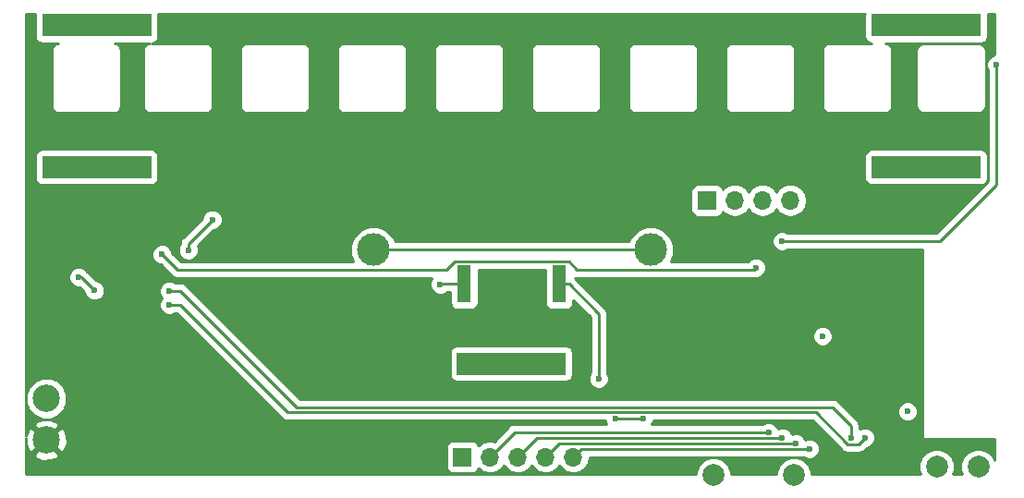
<source format=gbr>
G04 #@! TF.GenerationSoftware,KiCad,Pcbnew,5.0.1*
G04 #@! TF.CreationDate,2019-01-12T14:13:44-06:00*
G04 #@! TF.ProjectId,badge,62616467652E6B696361645F70636200,rev?*
G04 #@! TF.SameCoordinates,Original*
G04 #@! TF.FileFunction,Copper,L2,Bot,Signal*
G04 #@! TF.FilePolarity,Positive*
%FSLAX46Y46*%
G04 Gerber Fmt 4.6, Leading zero omitted, Abs format (unit mm)*
G04 Created by KiCad (PCBNEW 5.0.1) date Sat 12 Jan 2019 02:13:44 PM CST*
%MOMM*%
%LPD*%
G01*
G04 APERTURE LIST*
G04 #@! TA.AperFunction,ComponentPad*
%ADD10C,3.000000*%
G04 #@! TD*
G04 #@! TA.AperFunction,ComponentPad*
%ADD11C,2.000000*%
G04 #@! TD*
G04 #@! TA.AperFunction,ComponentPad*
%ADD12C,2.499360*%
G04 #@! TD*
G04 #@! TA.AperFunction,SMDPad,CuDef*
%ADD13R,1.300000X3.400000*%
G04 #@! TD*
G04 #@! TA.AperFunction,ComponentPad*
%ADD14R,1.700000X1.700000*%
G04 #@! TD*
G04 #@! TA.AperFunction,ComponentPad*
%ADD15O,1.700000X1.700000*%
G04 #@! TD*
G04 #@! TA.AperFunction,SMDPad,CuDef*
%ADD16R,10.000000X2.000000*%
G04 #@! TD*
G04 #@! TA.AperFunction,ViaPad*
%ADD17C,0.600000*%
G04 #@! TD*
G04 #@! TA.AperFunction,Conductor*
%ADD18C,0.250000*%
G04 #@! TD*
G04 #@! TA.AperFunction,Conductor*
%ADD19C,0.254000*%
G04 #@! TD*
G04 APERTURE END LIST*
D10*
G04 #@! TO.P,BT1,1*
G04 #@! TO.N,VDDA*
X139270000Y-111147000D03*
X113870000Y-111147000D03*
G04 #@! TD*
D11*
G04 #@! TO.P,J4,1*
G04 #@! TO.N,RX*
X165481000Y-131064000D03*
G04 #@! TO.N,TX*
X169291000Y-131064000D03*
G04 #@! TD*
G04 #@! TO.P,J7,1*
G04 #@! TO.N,IO21*
X152400000Y-131826000D03*
G04 #@! TD*
G04 #@! TO.P,J9,1*
G04 #@! TO.N,IO0*
X145034000Y-131826000D03*
G04 #@! TD*
D12*
G04 #@! TO.P,J14,1*
G04 #@! TO.N,VDD*
X83920000Y-128607000D03*
G04 #@! TO.N,VSS*
X83920000Y-124797000D03*
G04 #@! TD*
D13*
G04 #@! TO.P,LS1,1*
G04 #@! TO.N,Net-(LS1-Pad1)*
X130895000Y-114305000D03*
G04 #@! TO.P,LS1,2*
G04 #@! TO.N,VSS*
X122195000Y-114305000D03*
G04 #@! TD*
D14*
G04 #@! TO.P,J8,1*
G04 #@! TO.N,IO16*
X122030000Y-130147000D03*
D15*
G04 #@! TO.P,J8,2*
G04 #@! TO.N,IO17*
X124570000Y-130147000D03*
G04 #@! TO.P,J8,3*
G04 #@! TO.N,IO5*
X127110000Y-130147000D03*
G04 #@! TO.P,J8,4*
G04 #@! TO.N,IO18*
X129650000Y-130147000D03*
G04 #@! TO.P,J8,5*
G04 #@! TO.N,IO19*
X132190000Y-130147000D03*
G04 #@! TD*
D14*
G04 #@! TO.P,J1,1*
G04 #@! TO.N,IO33*
X144450000Y-106647000D03*
D15*
G04 #@! TO.P,J1,2*
G04 #@! TO.N,IO32*
X146990000Y-106647000D03*
G04 #@! TO.P,J1,3*
G04 #@! TO.N,IO35*
X149530000Y-106647000D03*
G04 #@! TO.P,J1,4*
G04 #@! TO.N,IO34*
X152070000Y-106647000D03*
G04 #@! TD*
D16*
G04 #@! TO.P,REF\002A\002A,5*
G04 #@! TO.N,N/C*
X126520000Y-121597000D03*
G04 #@! TO.P,REF\002A\002A,4*
X164520000Y-103597000D03*
G04 #@! TO.P,REF\002A\002A,3*
X88520000Y-103597000D03*
G04 #@! TO.P,REF\002A\002A,2*
X88520000Y-90597000D03*
G04 #@! TO.P,REF\002A\002A,1*
X164520000Y-90597000D03*
G04 #@! TD*
D17*
G04 #@! TO.N,VDD*
X156120000Y-106397000D03*
X110720000Y-99797000D03*
X101520000Y-99797000D03*
X92920000Y-99797000D03*
X83320000Y-99797000D03*
G04 #@! TO.N,IO17*
X150070000Y-127897000D03*
G04 #@! TO.N,IO5*
X151320000Y-128397000D03*
G04 #@! TO.N,IO18*
X152570000Y-128897000D03*
G04 #@! TO.N,IO19*
X153820000Y-129397000D03*
G04 #@! TO.N,VDD*
X104120000Y-110397000D03*
X106320000Y-110397000D03*
X92038320Y-96280781D03*
X92132000Y-93713000D03*
X100768000Y-96761000D03*
X100768000Y-93713000D03*
X109755769Y-96810229D03*
X109912000Y-94221000D03*
X118548000Y-96253000D03*
X118548000Y-93713000D03*
X127535769Y-96810229D03*
X127692000Y-94221000D03*
X136328000Y-96761000D03*
X136328000Y-94221000D03*
X145315769Y-96810229D03*
X145315769Y-93869231D03*
X154108000Y-96761000D03*
X154108000Y-94221000D03*
X162744000Y-96761000D03*
X162744000Y-94221000D03*
X168070000Y-105397000D03*
X110520000Y-110397000D03*
X161920000Y-108197000D03*
G04 #@! TO.N,VSS*
X96920000Y-111197000D03*
X99120000Y-108397000D03*
X119997600Y-114321400D03*
X155030000Y-119080000D03*
X162814000Y-125984000D03*
G04 #@! TO.N,SPI*
X170945000Y-94197000D03*
X151300000Y-110380000D03*
G04 #@! TO.N,TX*
X95156000Y-116205000D03*
X158920000Y-128380000D03*
G04 #@! TO.N,RX*
X95156000Y-114935000D03*
X157650000Y-128380000D03*
G04 #@! TO.N,IO16*
X136070000Y-126672010D03*
X138570000Y-126672010D03*
G04 #@! TO.N,IO27*
X94520000Y-111597000D03*
X148920000Y-112797000D03*
G04 #@! TO.N,Net-(J10-Pad2)*
X86868000Y-113665000D03*
X88320000Y-114897000D03*
G04 #@! TO.N,Net-(LS1-Pad1)*
X134520000Y-122997000D03*
G04 #@! TD*
D18*
G04 #@! TO.N,VDD*
X92038320Y-96280781D02*
X92038320Y-93806680D01*
X92038320Y-93806680D02*
X92132000Y-93713000D01*
X100768000Y-96761000D02*
X100768000Y-93713000D01*
X109755769Y-96810229D02*
X109755769Y-94377231D01*
X109755769Y-94377231D02*
X109912000Y-94221000D01*
X118548000Y-96253000D02*
X118548000Y-93713000D01*
X127535769Y-96810229D02*
X127535769Y-94377231D01*
X127535769Y-94377231D02*
X127692000Y-94221000D01*
X136328000Y-96761000D02*
X136328000Y-94221000D01*
X145315769Y-96810229D02*
X145315769Y-93869231D01*
X154108000Y-96761000D02*
X154108000Y-94221000D01*
X162744000Y-96761000D02*
X162744000Y-94221000D01*
G04 #@! TO.N,VSS*
X122195000Y-114305000D02*
X120014000Y-114305000D01*
X120014000Y-114305000D02*
X119997600Y-114321400D01*
X154940000Y-119126000D02*
X154986000Y-119080000D01*
X154986000Y-119080000D02*
X155030000Y-119080000D01*
X96920000Y-110597000D02*
X99120000Y-108397000D01*
X96920000Y-111197000D02*
X96920000Y-110597000D01*
G04 #@! TO.N,SPI*
X165737000Y-110380000D02*
X151300000Y-110380000D01*
X170945000Y-105172000D02*
X165737000Y-110380000D01*
X170945000Y-94197000D02*
X170945000Y-105172000D01*
G04 #@! TO.N,TX*
X95156000Y-116205000D02*
X96181000Y-116205000D01*
X96181000Y-116205000D02*
X106023010Y-126047010D01*
X106023010Y-126047010D02*
X154392008Y-126047010D01*
X154392008Y-126047010D02*
X157349999Y-129005001D01*
X157349999Y-129005001D02*
X158294999Y-129005001D01*
X158294999Y-129005001D02*
X158920000Y-128380000D01*
G04 #@! TO.N,RX*
X96181000Y-114935000D02*
X106843000Y-125597000D01*
X95156000Y-114935000D02*
X96181000Y-114935000D01*
X106843000Y-125597000D02*
X155920000Y-125597000D01*
X155920000Y-125597000D02*
X157650000Y-127327000D01*
X157650000Y-127327000D02*
X157650000Y-128380000D01*
G04 #@! TO.N,IO19*
X132940000Y-129397000D02*
X132190000Y-130147000D01*
X153820000Y-129397000D02*
X132940000Y-129397000D01*
G04 #@! TO.N,IO18*
X130900000Y-128897000D02*
X129650000Y-130147000D01*
X152570000Y-128897000D02*
X130900000Y-128897000D01*
G04 #@! TO.N,IO5*
X128860000Y-128397000D02*
X127110000Y-130147000D01*
X151320000Y-128397000D02*
X128860000Y-128397000D01*
G04 #@! TO.N,IO17*
X126820000Y-127897000D02*
X124570000Y-130147000D01*
X150070000Y-127897000D02*
X126820000Y-127897000D01*
G04 #@! TO.N,IO16*
X136070000Y-126672010D02*
X138570000Y-126672010D01*
G04 #@! TO.N,IO27*
X131805001Y-112279999D02*
X132522002Y-112997000D01*
X121284999Y-112279999D02*
X131805001Y-112279999D01*
X120567998Y-112997000D02*
X121284999Y-112279999D01*
X94520000Y-111597000D02*
X95920000Y-112997000D01*
X95920000Y-112997000D02*
X120567998Y-112997000D01*
X132522002Y-112997000D02*
X148720000Y-112997000D01*
X148720000Y-112997000D02*
X148920000Y-112797000D01*
G04 #@! TO.N,VDDA*
X137148680Y-111147000D02*
X113870000Y-111147000D01*
X139270000Y-111147000D02*
X137148680Y-111147000D01*
G04 #@! TO.N,Net-(J10-Pad2)*
X86868000Y-113665000D02*
X87088000Y-113665000D01*
X87088000Y-113665000D02*
X88320000Y-114897000D01*
G04 #@! TO.N,Net-(LS1-Pad1)*
X134520000Y-117030000D02*
X131795000Y-114305000D01*
X131795000Y-114305000D02*
X130895000Y-114305000D01*
X134520000Y-122997000D02*
X134520000Y-117030000D01*
G04 #@! TD*
D19*
G04 #@! TO.N,VDD*
G36*
X82872560Y-89597000D02*
X82872560Y-91597000D01*
X82921843Y-91844765D01*
X83062191Y-92054809D01*
X83272235Y-92195157D01*
X83520000Y-92244440D01*
X84998194Y-92244440D01*
X84802727Y-92283321D01*
X84576143Y-92434719D01*
X84424745Y-92661303D01*
X84371581Y-92928576D01*
X84385000Y-92996038D01*
X84385001Y-97861109D01*
X84371581Y-97928576D01*
X84424745Y-98195849D01*
X84576143Y-98422433D01*
X84802727Y-98573831D01*
X85002538Y-98613576D01*
X85002539Y-98613576D01*
X85070000Y-98626995D01*
X85137462Y-98613576D01*
X90002538Y-98613576D01*
X90070000Y-98626995D01*
X90137461Y-98613576D01*
X90137462Y-98613576D01*
X90337273Y-98573831D01*
X90563857Y-98422433D01*
X90715255Y-98195849D01*
X90768419Y-97928576D01*
X90755000Y-97861114D01*
X90755000Y-92996038D01*
X90768419Y-92928576D01*
X90715255Y-92661303D01*
X90563857Y-92434719D01*
X90337273Y-92283321D01*
X90141806Y-92244440D01*
X93388112Y-92244440D01*
X93207727Y-92280321D01*
X92981143Y-92431719D01*
X92829745Y-92658303D01*
X92776581Y-92925576D01*
X92790000Y-92993038D01*
X92790001Y-97858109D01*
X92776581Y-97925576D01*
X92829745Y-98192849D01*
X92981143Y-98419433D01*
X93207727Y-98570831D01*
X93407538Y-98610576D01*
X93407539Y-98610576D01*
X93475000Y-98623995D01*
X93542462Y-98610576D01*
X98407538Y-98610576D01*
X98475000Y-98623995D01*
X98542461Y-98610576D01*
X98542462Y-98610576D01*
X98742273Y-98570831D01*
X98968857Y-98419433D01*
X99120255Y-98192849D01*
X99173419Y-97925576D01*
X99160000Y-97858114D01*
X99160000Y-92993038D01*
X99173419Y-92925576D01*
X101666581Y-92925576D01*
X101680000Y-92993038D01*
X101680001Y-97858109D01*
X101666581Y-97925576D01*
X101719745Y-98192849D01*
X101871143Y-98419433D01*
X102097727Y-98570831D01*
X102297538Y-98610576D01*
X102297539Y-98610576D01*
X102365000Y-98623995D01*
X102432462Y-98610576D01*
X107297538Y-98610576D01*
X107365000Y-98623995D01*
X107432461Y-98610576D01*
X107432462Y-98610576D01*
X107632273Y-98570831D01*
X107858857Y-98419433D01*
X108010255Y-98192849D01*
X108063419Y-97925576D01*
X108050000Y-97858114D01*
X108050000Y-92993038D01*
X108063419Y-92925576D01*
X110556581Y-92925576D01*
X110570000Y-92993038D01*
X110570001Y-97858109D01*
X110556581Y-97925576D01*
X110609745Y-98192849D01*
X110761143Y-98419433D01*
X110987727Y-98570831D01*
X111187538Y-98610576D01*
X111187539Y-98610576D01*
X111255000Y-98623995D01*
X111322462Y-98610576D01*
X116187538Y-98610576D01*
X116255000Y-98623995D01*
X116322461Y-98610576D01*
X116322462Y-98610576D01*
X116522273Y-98570831D01*
X116748857Y-98419433D01*
X116900255Y-98192849D01*
X116953419Y-97925576D01*
X116940000Y-97858114D01*
X116940000Y-92993038D01*
X116953419Y-92925576D01*
X119446581Y-92925576D01*
X119460000Y-92993038D01*
X119460001Y-97858109D01*
X119446581Y-97925576D01*
X119499745Y-98192849D01*
X119651143Y-98419433D01*
X119877727Y-98570831D01*
X120077538Y-98610576D01*
X120077539Y-98610576D01*
X120145000Y-98623995D01*
X120212462Y-98610576D01*
X125077538Y-98610576D01*
X125145000Y-98623995D01*
X125212461Y-98610576D01*
X125212462Y-98610576D01*
X125412273Y-98570831D01*
X125638857Y-98419433D01*
X125790255Y-98192849D01*
X125843419Y-97925576D01*
X125830000Y-97858114D01*
X125830000Y-92993038D01*
X125843419Y-92925576D01*
X128336581Y-92925576D01*
X128350000Y-92993038D01*
X128350001Y-97858109D01*
X128336581Y-97925576D01*
X128389745Y-98192849D01*
X128541143Y-98419433D01*
X128767727Y-98570831D01*
X128967538Y-98610576D01*
X128967539Y-98610576D01*
X129035000Y-98623995D01*
X129102462Y-98610576D01*
X133967538Y-98610576D01*
X134035000Y-98623995D01*
X134102461Y-98610576D01*
X134102462Y-98610576D01*
X134302273Y-98570831D01*
X134528857Y-98419433D01*
X134680255Y-98192849D01*
X134733419Y-97925576D01*
X134720000Y-97858114D01*
X134720000Y-92993038D01*
X134733419Y-92925576D01*
X137226581Y-92925576D01*
X137240000Y-92993038D01*
X137240001Y-97858109D01*
X137226581Y-97925576D01*
X137279745Y-98192849D01*
X137431143Y-98419433D01*
X137657727Y-98570831D01*
X137857538Y-98610576D01*
X137857539Y-98610576D01*
X137925000Y-98623995D01*
X137992462Y-98610576D01*
X142857538Y-98610576D01*
X142925000Y-98623995D01*
X142992461Y-98610576D01*
X142992462Y-98610576D01*
X143192273Y-98570831D01*
X143418857Y-98419433D01*
X143570255Y-98192849D01*
X143623419Y-97925576D01*
X143610000Y-97858114D01*
X143610000Y-92993038D01*
X143623419Y-92925576D01*
X146116581Y-92925576D01*
X146130000Y-92993038D01*
X146130001Y-97858109D01*
X146116581Y-97925576D01*
X146169745Y-98192849D01*
X146321143Y-98419433D01*
X146547727Y-98570831D01*
X146747538Y-98610576D01*
X146747539Y-98610576D01*
X146815000Y-98623995D01*
X146882462Y-98610576D01*
X151747538Y-98610576D01*
X151815000Y-98623995D01*
X151882461Y-98610576D01*
X151882462Y-98610576D01*
X152082273Y-98570831D01*
X152308857Y-98419433D01*
X152460255Y-98192849D01*
X152513419Y-97925576D01*
X152500000Y-97858114D01*
X152500000Y-92993038D01*
X152513419Y-92925576D01*
X152460255Y-92658303D01*
X152308857Y-92431719D01*
X152082273Y-92280321D01*
X151882462Y-92240576D01*
X151815000Y-92227157D01*
X151747539Y-92240576D01*
X146882461Y-92240576D01*
X146815000Y-92227157D01*
X146747538Y-92240576D01*
X146547727Y-92280321D01*
X146321143Y-92431719D01*
X146169745Y-92658303D01*
X146116581Y-92925576D01*
X143623419Y-92925576D01*
X143570255Y-92658303D01*
X143418857Y-92431719D01*
X143192273Y-92280321D01*
X142992462Y-92240576D01*
X142925000Y-92227157D01*
X142857539Y-92240576D01*
X137992461Y-92240576D01*
X137925000Y-92227157D01*
X137857538Y-92240576D01*
X137657727Y-92280321D01*
X137431143Y-92431719D01*
X137279745Y-92658303D01*
X137226581Y-92925576D01*
X134733419Y-92925576D01*
X134680255Y-92658303D01*
X134528857Y-92431719D01*
X134302273Y-92280321D01*
X134102462Y-92240576D01*
X134035000Y-92227157D01*
X133967539Y-92240576D01*
X129102461Y-92240576D01*
X129035000Y-92227157D01*
X128967538Y-92240576D01*
X128767727Y-92280321D01*
X128541143Y-92431719D01*
X128389745Y-92658303D01*
X128336581Y-92925576D01*
X125843419Y-92925576D01*
X125790255Y-92658303D01*
X125638857Y-92431719D01*
X125412273Y-92280321D01*
X125212462Y-92240576D01*
X125145000Y-92227157D01*
X125077539Y-92240576D01*
X120212461Y-92240576D01*
X120145000Y-92227157D01*
X120077538Y-92240576D01*
X119877727Y-92280321D01*
X119651143Y-92431719D01*
X119499745Y-92658303D01*
X119446581Y-92925576D01*
X116953419Y-92925576D01*
X116900255Y-92658303D01*
X116748857Y-92431719D01*
X116522273Y-92280321D01*
X116322462Y-92240576D01*
X116255000Y-92227157D01*
X116187539Y-92240576D01*
X111322461Y-92240576D01*
X111255000Y-92227157D01*
X111187538Y-92240576D01*
X110987727Y-92280321D01*
X110761143Y-92431719D01*
X110609745Y-92658303D01*
X110556581Y-92925576D01*
X108063419Y-92925576D01*
X108010255Y-92658303D01*
X107858857Y-92431719D01*
X107632273Y-92280321D01*
X107432462Y-92240576D01*
X107365000Y-92227157D01*
X107297539Y-92240576D01*
X102432461Y-92240576D01*
X102365000Y-92227157D01*
X102297538Y-92240576D01*
X102097727Y-92280321D01*
X101871143Y-92431719D01*
X101719745Y-92658303D01*
X101666581Y-92925576D01*
X99173419Y-92925576D01*
X99120255Y-92658303D01*
X98968857Y-92431719D01*
X98742273Y-92280321D01*
X98542462Y-92240576D01*
X98475000Y-92227157D01*
X98407539Y-92240576D01*
X93542461Y-92240576D01*
X93540944Y-92240274D01*
X93767765Y-92195157D01*
X93977809Y-92054809D01*
X94118157Y-91844765D01*
X94167440Y-91597000D01*
X94167440Y-89597000D01*
X94149538Y-89507000D01*
X158890462Y-89507000D01*
X158872560Y-89597000D01*
X158872560Y-91597000D01*
X158921843Y-91844765D01*
X159062191Y-92054809D01*
X159272235Y-92195157D01*
X159500574Y-92240576D01*
X155772461Y-92240576D01*
X155705000Y-92227157D01*
X155637538Y-92240576D01*
X155437727Y-92280321D01*
X155211143Y-92431719D01*
X155059745Y-92658303D01*
X155006581Y-92925576D01*
X155020000Y-92993038D01*
X155020001Y-97858109D01*
X155006581Y-97925576D01*
X155059745Y-98192849D01*
X155211143Y-98419433D01*
X155437727Y-98570831D01*
X155637538Y-98610576D01*
X155637539Y-98610576D01*
X155705000Y-98623995D01*
X155772462Y-98610576D01*
X160637538Y-98610576D01*
X160705000Y-98623995D01*
X160772461Y-98610576D01*
X160772462Y-98610576D01*
X160972273Y-98570831D01*
X161198857Y-98419433D01*
X161350255Y-98192849D01*
X161403419Y-97925576D01*
X161390000Y-97858114D01*
X161390000Y-92993038D01*
X161397849Y-92953576D01*
X163596581Y-92953576D01*
X163610000Y-93021038D01*
X163610001Y-97886109D01*
X163596581Y-97953576D01*
X163649745Y-98220849D01*
X163801143Y-98447433D01*
X164027727Y-98598831D01*
X164227538Y-98638576D01*
X164227539Y-98638576D01*
X164295000Y-98651995D01*
X164362462Y-98638576D01*
X169227538Y-98638576D01*
X169295000Y-98651995D01*
X169362461Y-98638576D01*
X169362462Y-98638576D01*
X169562273Y-98598831D01*
X169788857Y-98447433D01*
X169940255Y-98220849D01*
X169993419Y-97953576D01*
X169980000Y-97886114D01*
X169980000Y-93021038D01*
X169993419Y-92953576D01*
X169940255Y-92686303D01*
X169788857Y-92459719D01*
X169562273Y-92308321D01*
X169362462Y-92268576D01*
X169295000Y-92255157D01*
X169227539Y-92268576D01*
X164362461Y-92268576D01*
X164295000Y-92255157D01*
X164227538Y-92268576D01*
X164027727Y-92308321D01*
X163801143Y-92459719D01*
X163649745Y-92686303D01*
X163596581Y-92953576D01*
X161397849Y-92953576D01*
X161403419Y-92925576D01*
X161350255Y-92658303D01*
X161198857Y-92431719D01*
X160972273Y-92280321D01*
X160791888Y-92244440D01*
X169520000Y-92244440D01*
X169767765Y-92195157D01*
X169977809Y-92054809D01*
X170118157Y-91844765D01*
X170167440Y-91597000D01*
X170167440Y-89597000D01*
X170149538Y-89507000D01*
X170810000Y-89507000D01*
X170810000Y-93262000D01*
X170759017Y-93262000D01*
X170415365Y-93404345D01*
X170152345Y-93667365D01*
X170010000Y-94011017D01*
X170010000Y-94382983D01*
X170152345Y-94726635D01*
X170185000Y-94759290D01*
X170185001Y-104857197D01*
X165422199Y-109620000D01*
X151862290Y-109620000D01*
X151829635Y-109587345D01*
X151485983Y-109445000D01*
X151114017Y-109445000D01*
X150770365Y-109587345D01*
X150507345Y-109850365D01*
X150365000Y-110194017D01*
X150365000Y-110565983D01*
X150507345Y-110909635D01*
X150770365Y-111172655D01*
X151114017Y-111315000D01*
X151485983Y-111315000D01*
X151829635Y-111172655D01*
X151862290Y-111140000D01*
X164193000Y-111140000D01*
X164193000Y-128397000D01*
X164202667Y-128445601D01*
X164230197Y-128486803D01*
X164271399Y-128514333D01*
X164320000Y-128524000D01*
X170810001Y-128524000D01*
X170810001Y-130458731D01*
X170677086Y-130137847D01*
X170217153Y-129677914D01*
X169616222Y-129429000D01*
X168965778Y-129429000D01*
X168364847Y-129677914D01*
X167904914Y-130137847D01*
X167656000Y-130738778D01*
X167656000Y-131389222D01*
X167772302Y-131670000D01*
X166999698Y-131670000D01*
X167116000Y-131389222D01*
X167116000Y-130738778D01*
X166867086Y-130137847D01*
X166407153Y-129677914D01*
X165806222Y-129429000D01*
X165155778Y-129429000D01*
X164554847Y-129677914D01*
X164094914Y-130137847D01*
X163846000Y-130738778D01*
X163846000Y-131389222D01*
X163962302Y-131670000D01*
X154035000Y-131670000D01*
X154035000Y-131500778D01*
X153786086Y-130899847D01*
X153326153Y-130439914D01*
X152725222Y-130191000D01*
X152074778Y-130191000D01*
X151473847Y-130439914D01*
X151013914Y-130899847D01*
X150765000Y-131500778D01*
X150765000Y-131670000D01*
X146669000Y-131670000D01*
X146669000Y-131500778D01*
X146420086Y-130899847D01*
X145960153Y-130439914D01*
X145359222Y-130191000D01*
X144708778Y-130191000D01*
X144107847Y-130439914D01*
X143647914Y-130899847D01*
X143399000Y-131500778D01*
X143399000Y-131670000D01*
X82030000Y-131670000D01*
X82030000Y-129940089D01*
X82766517Y-129940089D01*
X82895725Y-130232859D01*
X83595883Y-130501071D01*
X84345384Y-130480928D01*
X84944275Y-130232859D01*
X85073483Y-129940089D01*
X83920000Y-128786605D01*
X82766517Y-129940089D01*
X82030000Y-129940089D01*
X82030000Y-128434361D01*
X82046072Y-129032384D01*
X82294141Y-129631275D01*
X82586911Y-129760483D01*
X83740395Y-128607000D01*
X84099605Y-128607000D01*
X85253089Y-129760483D01*
X85545859Y-129631275D01*
X85814071Y-128931117D01*
X85793928Y-128181616D01*
X85545859Y-127582725D01*
X85253089Y-127453517D01*
X84099605Y-128607000D01*
X83740395Y-128607000D01*
X82586911Y-127453517D01*
X82294141Y-127582725D01*
X82030000Y-128272256D01*
X82030000Y-127273911D01*
X82766517Y-127273911D01*
X83920000Y-128427395D01*
X85073483Y-127273911D01*
X84944275Y-126981141D01*
X84244117Y-126712929D01*
X83494616Y-126733072D01*
X82895725Y-126981141D01*
X82766517Y-127273911D01*
X82030000Y-127273911D01*
X82030000Y-124422114D01*
X82035320Y-124422114D01*
X82035320Y-125171886D01*
X82322245Y-125864585D01*
X82852415Y-126394755D01*
X83545114Y-126681680D01*
X84294886Y-126681680D01*
X84987585Y-126394755D01*
X85517755Y-125864585D01*
X85804680Y-125171886D01*
X85804680Y-124422114D01*
X85517755Y-123729415D01*
X84987585Y-123199245D01*
X84294886Y-122912320D01*
X83545114Y-122912320D01*
X82852415Y-123199245D01*
X82322245Y-123729415D01*
X82035320Y-124422114D01*
X82030000Y-124422114D01*
X82030000Y-113479017D01*
X85933000Y-113479017D01*
X85933000Y-113850983D01*
X86075345Y-114194635D01*
X86338365Y-114457655D01*
X86682017Y-114600000D01*
X86948199Y-114600000D01*
X87385000Y-115036802D01*
X87385000Y-115082983D01*
X87527345Y-115426635D01*
X87790365Y-115689655D01*
X88134017Y-115832000D01*
X88505983Y-115832000D01*
X88849635Y-115689655D01*
X89112655Y-115426635D01*
X89255000Y-115082983D01*
X89255000Y-114749017D01*
X94221000Y-114749017D01*
X94221000Y-115120983D01*
X94363345Y-115464635D01*
X94468710Y-115570000D01*
X94363345Y-115675365D01*
X94221000Y-116019017D01*
X94221000Y-116390983D01*
X94363345Y-116734635D01*
X94626365Y-116997655D01*
X94970017Y-117140000D01*
X95341983Y-117140000D01*
X95685635Y-116997655D01*
X95718290Y-116965000D01*
X95866199Y-116965000D01*
X105432680Y-126531482D01*
X105475081Y-126594939D01*
X105726473Y-126762914D01*
X105948158Y-126807010D01*
X105948162Y-126807010D01*
X106023009Y-126821898D01*
X106097856Y-126807010D01*
X135135000Y-126807010D01*
X135135000Y-126857993D01*
X135250568Y-127137000D01*
X126894848Y-127137000D01*
X126820000Y-127122112D01*
X126745152Y-127137000D01*
X126745148Y-127137000D01*
X126523463Y-127181096D01*
X126272071Y-127349071D01*
X126229671Y-127412527D01*
X124936408Y-128705791D01*
X124716256Y-128662000D01*
X124423744Y-128662000D01*
X123990582Y-128748161D01*
X123499375Y-129076375D01*
X123487184Y-129094619D01*
X123478157Y-129049235D01*
X123337809Y-128839191D01*
X123127765Y-128698843D01*
X122880000Y-128649560D01*
X121180000Y-128649560D01*
X120932235Y-128698843D01*
X120722191Y-128839191D01*
X120581843Y-129049235D01*
X120532560Y-129297000D01*
X120532560Y-130997000D01*
X120581843Y-131244765D01*
X120722191Y-131454809D01*
X120932235Y-131595157D01*
X121180000Y-131644440D01*
X122880000Y-131644440D01*
X123127765Y-131595157D01*
X123337809Y-131454809D01*
X123478157Y-131244765D01*
X123487184Y-131199381D01*
X123499375Y-131217625D01*
X123990582Y-131545839D01*
X124423744Y-131632000D01*
X124716256Y-131632000D01*
X125149418Y-131545839D01*
X125640625Y-131217625D01*
X125840000Y-130919239D01*
X126039375Y-131217625D01*
X126530582Y-131545839D01*
X126963744Y-131632000D01*
X127256256Y-131632000D01*
X127689418Y-131545839D01*
X128180625Y-131217625D01*
X128380000Y-130919239D01*
X128579375Y-131217625D01*
X129070582Y-131545839D01*
X129503744Y-131632000D01*
X129796256Y-131632000D01*
X130229418Y-131545839D01*
X130720625Y-131217625D01*
X130920000Y-130919239D01*
X131119375Y-131217625D01*
X131610582Y-131545839D01*
X132043744Y-131632000D01*
X132336256Y-131632000D01*
X132769418Y-131545839D01*
X133260625Y-131217625D01*
X133588839Y-130726418D01*
X133702103Y-130157000D01*
X153257710Y-130157000D01*
X153290365Y-130189655D01*
X153634017Y-130332000D01*
X154005983Y-130332000D01*
X154349635Y-130189655D01*
X154612655Y-129926635D01*
X154755000Y-129582983D01*
X154755000Y-129211017D01*
X154612655Y-128867365D01*
X154349635Y-128604345D01*
X154005983Y-128462000D01*
X153634017Y-128462000D01*
X153435853Y-128544082D01*
X153362655Y-128367365D01*
X153099635Y-128104345D01*
X152755983Y-127962000D01*
X152384017Y-127962000D01*
X152185853Y-128044082D01*
X152112655Y-127867365D01*
X151849635Y-127604345D01*
X151505983Y-127462000D01*
X151134017Y-127462000D01*
X150935853Y-127544082D01*
X150862655Y-127367365D01*
X150599635Y-127104345D01*
X150255983Y-126962000D01*
X149884017Y-126962000D01*
X149540365Y-127104345D01*
X149507710Y-127137000D01*
X139389432Y-127137000D01*
X139505000Y-126857993D01*
X139505000Y-126807010D01*
X154077207Y-126807010D01*
X156759670Y-129489474D01*
X156802070Y-129552930D01*
X157053462Y-129720905D01*
X157275147Y-129765001D01*
X157275152Y-129765001D01*
X157349999Y-129779889D01*
X157424846Y-129765001D01*
X158220152Y-129765001D01*
X158294999Y-129779889D01*
X158369846Y-129765001D01*
X158369851Y-129765001D01*
X158591536Y-129720905D01*
X158842928Y-129552930D01*
X158885330Y-129489471D01*
X159059801Y-129315000D01*
X159105983Y-129315000D01*
X159449635Y-129172655D01*
X159712655Y-128909635D01*
X159855000Y-128565983D01*
X159855000Y-128194017D01*
X159712655Y-127850365D01*
X159449635Y-127587345D01*
X159105983Y-127445000D01*
X158734017Y-127445000D01*
X158410000Y-127579212D01*
X158410000Y-127401846D01*
X158424888Y-127326999D01*
X158410000Y-127252152D01*
X158410000Y-127252148D01*
X158365904Y-127030463D01*
X158291427Y-126919000D01*
X158240329Y-126842526D01*
X158240327Y-126842524D01*
X158197929Y-126779071D01*
X158134476Y-126736673D01*
X157195819Y-125798017D01*
X161879000Y-125798017D01*
X161879000Y-126169983D01*
X162021345Y-126513635D01*
X162284365Y-126776655D01*
X162628017Y-126919000D01*
X162999983Y-126919000D01*
X163343635Y-126776655D01*
X163606655Y-126513635D01*
X163749000Y-126169983D01*
X163749000Y-125798017D01*
X163606655Y-125454365D01*
X163343635Y-125191345D01*
X162999983Y-125049000D01*
X162628017Y-125049000D01*
X162284365Y-125191345D01*
X162021345Y-125454365D01*
X161879000Y-125798017D01*
X157195819Y-125798017D01*
X156510331Y-125112530D01*
X156467929Y-125049071D01*
X156216537Y-124881096D01*
X155994852Y-124837000D01*
X155994847Y-124837000D01*
X155920000Y-124822112D01*
X155845153Y-124837000D01*
X107157802Y-124837000D01*
X102917802Y-120597000D01*
X120872560Y-120597000D01*
X120872560Y-122597000D01*
X120921843Y-122844765D01*
X121062191Y-123054809D01*
X121272235Y-123195157D01*
X121520000Y-123244440D01*
X131520000Y-123244440D01*
X131767765Y-123195157D01*
X131977809Y-123054809D01*
X132118157Y-122844765D01*
X132167440Y-122597000D01*
X132167440Y-120597000D01*
X132118157Y-120349235D01*
X131977809Y-120139191D01*
X131767765Y-119998843D01*
X131520000Y-119949560D01*
X121520000Y-119949560D01*
X121272235Y-119998843D01*
X121062191Y-120139191D01*
X120921843Y-120349235D01*
X120872560Y-120597000D01*
X102917802Y-120597000D01*
X96771331Y-114450530D01*
X96728929Y-114387071D01*
X96477537Y-114219096D01*
X96255852Y-114175000D01*
X96255847Y-114175000D01*
X96181000Y-114160112D01*
X96106153Y-114175000D01*
X95718290Y-114175000D01*
X95685635Y-114142345D01*
X95341983Y-114000000D01*
X94970017Y-114000000D01*
X94626365Y-114142345D01*
X94363345Y-114405365D01*
X94221000Y-114749017D01*
X89255000Y-114749017D01*
X89255000Y-114711017D01*
X89112655Y-114367365D01*
X88849635Y-114104345D01*
X88505983Y-113962000D01*
X88459802Y-113962000D01*
X87680093Y-113182291D01*
X87660655Y-113135365D01*
X87397635Y-112872345D01*
X87053983Y-112730000D01*
X86682017Y-112730000D01*
X86338365Y-112872345D01*
X86075345Y-113135365D01*
X85933000Y-113479017D01*
X82030000Y-113479017D01*
X82030000Y-111411017D01*
X93585000Y-111411017D01*
X93585000Y-111782983D01*
X93727345Y-112126635D01*
X93990365Y-112389655D01*
X94334017Y-112532000D01*
X94380199Y-112532000D01*
X95329671Y-113481473D01*
X95372071Y-113544929D01*
X95623463Y-113712904D01*
X95845148Y-113757000D01*
X95845153Y-113757000D01*
X95920000Y-113771888D01*
X95994847Y-113757000D01*
X119239710Y-113757000D01*
X119204945Y-113791765D01*
X119062600Y-114135417D01*
X119062600Y-114507383D01*
X119204945Y-114851035D01*
X119467965Y-115114055D01*
X119811617Y-115256400D01*
X120183583Y-115256400D01*
X120527235Y-115114055D01*
X120576290Y-115065000D01*
X120897560Y-115065000D01*
X120897560Y-116005000D01*
X120946843Y-116252765D01*
X121087191Y-116462809D01*
X121297235Y-116603157D01*
X121545000Y-116652440D01*
X122845000Y-116652440D01*
X123092765Y-116603157D01*
X123302809Y-116462809D01*
X123443157Y-116252765D01*
X123492440Y-116005000D01*
X123492440Y-113039999D01*
X129597560Y-113039999D01*
X129597560Y-116005000D01*
X129646843Y-116252765D01*
X129787191Y-116462809D01*
X129997235Y-116603157D01*
X130245000Y-116652440D01*
X131545000Y-116652440D01*
X131792765Y-116603157D01*
X132002809Y-116462809D01*
X132143157Y-116252765D01*
X132192440Y-116005000D01*
X132192440Y-115777241D01*
X133760001Y-117344803D01*
X133760000Y-122434710D01*
X133727345Y-122467365D01*
X133585000Y-122811017D01*
X133585000Y-123182983D01*
X133727345Y-123526635D01*
X133990365Y-123789655D01*
X134334017Y-123932000D01*
X134705983Y-123932000D01*
X135049635Y-123789655D01*
X135312655Y-123526635D01*
X135455000Y-123182983D01*
X135455000Y-122811017D01*
X135312655Y-122467365D01*
X135280000Y-122434710D01*
X135280000Y-118894017D01*
X154095000Y-118894017D01*
X154095000Y-119265983D01*
X154237345Y-119609635D01*
X154500365Y-119872655D01*
X154844017Y-120015000D01*
X155215983Y-120015000D01*
X155559635Y-119872655D01*
X155822655Y-119609635D01*
X155965000Y-119265983D01*
X155965000Y-118894017D01*
X155822655Y-118550365D01*
X155559635Y-118287345D01*
X155215983Y-118145000D01*
X154844017Y-118145000D01*
X154500365Y-118287345D01*
X154237345Y-118550365D01*
X154095000Y-118894017D01*
X135280000Y-118894017D01*
X135280000Y-117104847D01*
X135294888Y-117030000D01*
X135280000Y-116955153D01*
X135280000Y-116955148D01*
X135235904Y-116733463D01*
X135067929Y-116482071D01*
X135004473Y-116439671D01*
X132385331Y-113820530D01*
X132342929Y-113757071D01*
X132298600Y-113727452D01*
X132447150Y-113757000D01*
X132447154Y-113757000D01*
X132522002Y-113771888D01*
X132596850Y-113757000D01*
X148645153Y-113757000D01*
X148720000Y-113771888D01*
X148794847Y-113757000D01*
X148794852Y-113757000D01*
X148920535Y-113732000D01*
X149105983Y-113732000D01*
X149449635Y-113589655D01*
X149712655Y-113326635D01*
X149855000Y-112982983D01*
X149855000Y-112611017D01*
X149712655Y-112267365D01*
X149449635Y-112004345D01*
X149105983Y-111862000D01*
X148734017Y-111862000D01*
X148390365Y-112004345D01*
X148157710Y-112237000D01*
X141129415Y-112237000D01*
X141405000Y-111571678D01*
X141405000Y-110722322D01*
X141079966Y-109937620D01*
X140479380Y-109337034D01*
X139694678Y-109012000D01*
X138845322Y-109012000D01*
X138060620Y-109337034D01*
X137460034Y-109937620D01*
X137273895Y-110387000D01*
X115866105Y-110387000D01*
X115679966Y-109937620D01*
X115079380Y-109337034D01*
X114294678Y-109012000D01*
X113445322Y-109012000D01*
X112660620Y-109337034D01*
X112060034Y-109937620D01*
X111735000Y-110722322D01*
X111735000Y-111571678D01*
X112010585Y-112237000D01*
X96234802Y-112237000D01*
X95455000Y-111457199D01*
X95455000Y-111411017D01*
X95312655Y-111067365D01*
X95256307Y-111011017D01*
X95985000Y-111011017D01*
X95985000Y-111382983D01*
X96127345Y-111726635D01*
X96390365Y-111989655D01*
X96734017Y-112132000D01*
X97105983Y-112132000D01*
X97449635Y-111989655D01*
X97712655Y-111726635D01*
X97855000Y-111382983D01*
X97855000Y-111011017D01*
X97774684Y-110817117D01*
X99259802Y-109332000D01*
X99305983Y-109332000D01*
X99649635Y-109189655D01*
X99912655Y-108926635D01*
X100055000Y-108582983D01*
X100055000Y-108211017D01*
X99912655Y-107867365D01*
X99649635Y-107604345D01*
X99305983Y-107462000D01*
X98934017Y-107462000D01*
X98590365Y-107604345D01*
X98327345Y-107867365D01*
X98185000Y-108211017D01*
X98185000Y-108257198D01*
X96435528Y-110006671D01*
X96372072Y-110049071D01*
X96204096Y-110300463D01*
X96160000Y-110522148D01*
X96160000Y-110522153D01*
X96145112Y-110597000D01*
X96153839Y-110640871D01*
X96127345Y-110667365D01*
X95985000Y-111011017D01*
X95256307Y-111011017D01*
X95049635Y-110804345D01*
X94705983Y-110662000D01*
X94334017Y-110662000D01*
X93990365Y-110804345D01*
X93727345Y-111067365D01*
X93585000Y-111411017D01*
X82030000Y-111411017D01*
X82030000Y-105797000D01*
X142952560Y-105797000D01*
X142952560Y-107497000D01*
X143001843Y-107744765D01*
X143142191Y-107954809D01*
X143352235Y-108095157D01*
X143600000Y-108144440D01*
X145300000Y-108144440D01*
X145547765Y-108095157D01*
X145757809Y-107954809D01*
X145898157Y-107744765D01*
X145907184Y-107699381D01*
X145919375Y-107717625D01*
X146410582Y-108045839D01*
X146843744Y-108132000D01*
X147136256Y-108132000D01*
X147569418Y-108045839D01*
X148060625Y-107717625D01*
X148260000Y-107419239D01*
X148459375Y-107717625D01*
X148950582Y-108045839D01*
X149383744Y-108132000D01*
X149676256Y-108132000D01*
X150109418Y-108045839D01*
X150600625Y-107717625D01*
X150800000Y-107419239D01*
X150999375Y-107717625D01*
X151490582Y-108045839D01*
X151923744Y-108132000D01*
X152216256Y-108132000D01*
X152649418Y-108045839D01*
X153140625Y-107717625D01*
X153468839Y-107226418D01*
X153584092Y-106647000D01*
X153468839Y-106067582D01*
X153140625Y-105576375D01*
X152649418Y-105248161D01*
X152216256Y-105162000D01*
X151923744Y-105162000D01*
X151490582Y-105248161D01*
X150999375Y-105576375D01*
X150800000Y-105874761D01*
X150600625Y-105576375D01*
X150109418Y-105248161D01*
X149676256Y-105162000D01*
X149383744Y-105162000D01*
X148950582Y-105248161D01*
X148459375Y-105576375D01*
X148260000Y-105874761D01*
X148060625Y-105576375D01*
X147569418Y-105248161D01*
X147136256Y-105162000D01*
X146843744Y-105162000D01*
X146410582Y-105248161D01*
X145919375Y-105576375D01*
X145907184Y-105594619D01*
X145898157Y-105549235D01*
X145757809Y-105339191D01*
X145547765Y-105198843D01*
X145300000Y-105149560D01*
X143600000Y-105149560D01*
X143352235Y-105198843D01*
X143142191Y-105339191D01*
X143001843Y-105549235D01*
X142952560Y-105797000D01*
X82030000Y-105797000D01*
X82030000Y-102597000D01*
X82872560Y-102597000D01*
X82872560Y-104597000D01*
X82921843Y-104844765D01*
X83062191Y-105054809D01*
X83272235Y-105195157D01*
X83520000Y-105244440D01*
X93520000Y-105244440D01*
X93767765Y-105195157D01*
X93977809Y-105054809D01*
X94118157Y-104844765D01*
X94167440Y-104597000D01*
X94167440Y-102597000D01*
X158872560Y-102597000D01*
X158872560Y-104597000D01*
X158921843Y-104844765D01*
X159062191Y-105054809D01*
X159272235Y-105195157D01*
X159520000Y-105244440D01*
X169520000Y-105244440D01*
X169767765Y-105195157D01*
X169977809Y-105054809D01*
X170118157Y-104844765D01*
X170167440Y-104597000D01*
X170167440Y-102597000D01*
X170118157Y-102349235D01*
X169977809Y-102139191D01*
X169767765Y-101998843D01*
X169520000Y-101949560D01*
X159520000Y-101949560D01*
X159272235Y-101998843D01*
X159062191Y-102139191D01*
X158921843Y-102349235D01*
X158872560Y-102597000D01*
X94167440Y-102597000D01*
X94118157Y-102349235D01*
X93977809Y-102139191D01*
X93767765Y-101998843D01*
X93520000Y-101949560D01*
X83520000Y-101949560D01*
X83272235Y-101998843D01*
X83062191Y-102139191D01*
X82921843Y-102349235D01*
X82872560Y-102597000D01*
X82030000Y-102597000D01*
X82030000Y-89507000D01*
X82890462Y-89507000D01*
X82872560Y-89597000D01*
X82872560Y-89597000D01*
G37*
X82872560Y-89597000D02*
X82872560Y-91597000D01*
X82921843Y-91844765D01*
X83062191Y-92054809D01*
X83272235Y-92195157D01*
X83520000Y-92244440D01*
X84998194Y-92244440D01*
X84802727Y-92283321D01*
X84576143Y-92434719D01*
X84424745Y-92661303D01*
X84371581Y-92928576D01*
X84385000Y-92996038D01*
X84385001Y-97861109D01*
X84371581Y-97928576D01*
X84424745Y-98195849D01*
X84576143Y-98422433D01*
X84802727Y-98573831D01*
X85002538Y-98613576D01*
X85002539Y-98613576D01*
X85070000Y-98626995D01*
X85137462Y-98613576D01*
X90002538Y-98613576D01*
X90070000Y-98626995D01*
X90137461Y-98613576D01*
X90137462Y-98613576D01*
X90337273Y-98573831D01*
X90563857Y-98422433D01*
X90715255Y-98195849D01*
X90768419Y-97928576D01*
X90755000Y-97861114D01*
X90755000Y-92996038D01*
X90768419Y-92928576D01*
X90715255Y-92661303D01*
X90563857Y-92434719D01*
X90337273Y-92283321D01*
X90141806Y-92244440D01*
X93388112Y-92244440D01*
X93207727Y-92280321D01*
X92981143Y-92431719D01*
X92829745Y-92658303D01*
X92776581Y-92925576D01*
X92790000Y-92993038D01*
X92790001Y-97858109D01*
X92776581Y-97925576D01*
X92829745Y-98192849D01*
X92981143Y-98419433D01*
X93207727Y-98570831D01*
X93407538Y-98610576D01*
X93407539Y-98610576D01*
X93475000Y-98623995D01*
X93542462Y-98610576D01*
X98407538Y-98610576D01*
X98475000Y-98623995D01*
X98542461Y-98610576D01*
X98542462Y-98610576D01*
X98742273Y-98570831D01*
X98968857Y-98419433D01*
X99120255Y-98192849D01*
X99173419Y-97925576D01*
X99160000Y-97858114D01*
X99160000Y-92993038D01*
X99173419Y-92925576D01*
X101666581Y-92925576D01*
X101680000Y-92993038D01*
X101680001Y-97858109D01*
X101666581Y-97925576D01*
X101719745Y-98192849D01*
X101871143Y-98419433D01*
X102097727Y-98570831D01*
X102297538Y-98610576D01*
X102297539Y-98610576D01*
X102365000Y-98623995D01*
X102432462Y-98610576D01*
X107297538Y-98610576D01*
X107365000Y-98623995D01*
X107432461Y-98610576D01*
X107432462Y-98610576D01*
X107632273Y-98570831D01*
X107858857Y-98419433D01*
X108010255Y-98192849D01*
X108063419Y-97925576D01*
X108050000Y-97858114D01*
X108050000Y-92993038D01*
X108063419Y-92925576D01*
X110556581Y-92925576D01*
X110570000Y-92993038D01*
X110570001Y-97858109D01*
X110556581Y-97925576D01*
X110609745Y-98192849D01*
X110761143Y-98419433D01*
X110987727Y-98570831D01*
X111187538Y-98610576D01*
X111187539Y-98610576D01*
X111255000Y-98623995D01*
X111322462Y-98610576D01*
X116187538Y-98610576D01*
X116255000Y-98623995D01*
X116322461Y-98610576D01*
X116322462Y-98610576D01*
X116522273Y-98570831D01*
X116748857Y-98419433D01*
X116900255Y-98192849D01*
X116953419Y-97925576D01*
X116940000Y-97858114D01*
X116940000Y-92993038D01*
X116953419Y-92925576D01*
X119446581Y-92925576D01*
X119460000Y-92993038D01*
X119460001Y-97858109D01*
X119446581Y-97925576D01*
X119499745Y-98192849D01*
X119651143Y-98419433D01*
X119877727Y-98570831D01*
X120077538Y-98610576D01*
X120077539Y-98610576D01*
X120145000Y-98623995D01*
X120212462Y-98610576D01*
X125077538Y-98610576D01*
X125145000Y-98623995D01*
X125212461Y-98610576D01*
X125212462Y-98610576D01*
X125412273Y-98570831D01*
X125638857Y-98419433D01*
X125790255Y-98192849D01*
X125843419Y-97925576D01*
X125830000Y-97858114D01*
X125830000Y-92993038D01*
X125843419Y-92925576D01*
X128336581Y-92925576D01*
X128350000Y-92993038D01*
X128350001Y-97858109D01*
X128336581Y-97925576D01*
X128389745Y-98192849D01*
X128541143Y-98419433D01*
X128767727Y-98570831D01*
X128967538Y-98610576D01*
X128967539Y-98610576D01*
X129035000Y-98623995D01*
X129102462Y-98610576D01*
X133967538Y-98610576D01*
X134035000Y-98623995D01*
X134102461Y-98610576D01*
X134102462Y-98610576D01*
X134302273Y-98570831D01*
X134528857Y-98419433D01*
X134680255Y-98192849D01*
X134733419Y-97925576D01*
X134720000Y-97858114D01*
X134720000Y-92993038D01*
X134733419Y-92925576D01*
X137226581Y-92925576D01*
X137240000Y-92993038D01*
X137240001Y-97858109D01*
X137226581Y-97925576D01*
X137279745Y-98192849D01*
X137431143Y-98419433D01*
X137657727Y-98570831D01*
X137857538Y-98610576D01*
X137857539Y-98610576D01*
X137925000Y-98623995D01*
X137992462Y-98610576D01*
X142857538Y-98610576D01*
X142925000Y-98623995D01*
X142992461Y-98610576D01*
X142992462Y-98610576D01*
X143192273Y-98570831D01*
X143418857Y-98419433D01*
X143570255Y-98192849D01*
X143623419Y-97925576D01*
X143610000Y-97858114D01*
X143610000Y-92993038D01*
X143623419Y-92925576D01*
X146116581Y-92925576D01*
X146130000Y-92993038D01*
X146130001Y-97858109D01*
X146116581Y-97925576D01*
X146169745Y-98192849D01*
X146321143Y-98419433D01*
X146547727Y-98570831D01*
X146747538Y-98610576D01*
X146747539Y-98610576D01*
X146815000Y-98623995D01*
X146882462Y-98610576D01*
X151747538Y-98610576D01*
X151815000Y-98623995D01*
X151882461Y-98610576D01*
X151882462Y-98610576D01*
X152082273Y-98570831D01*
X152308857Y-98419433D01*
X152460255Y-98192849D01*
X152513419Y-97925576D01*
X152500000Y-97858114D01*
X152500000Y-92993038D01*
X152513419Y-92925576D01*
X152460255Y-92658303D01*
X152308857Y-92431719D01*
X152082273Y-92280321D01*
X151882462Y-92240576D01*
X151815000Y-92227157D01*
X151747539Y-92240576D01*
X146882461Y-92240576D01*
X146815000Y-92227157D01*
X146747538Y-92240576D01*
X146547727Y-92280321D01*
X146321143Y-92431719D01*
X146169745Y-92658303D01*
X146116581Y-92925576D01*
X143623419Y-92925576D01*
X143570255Y-92658303D01*
X143418857Y-92431719D01*
X143192273Y-92280321D01*
X142992462Y-92240576D01*
X142925000Y-92227157D01*
X142857539Y-92240576D01*
X137992461Y-92240576D01*
X137925000Y-92227157D01*
X137857538Y-92240576D01*
X137657727Y-92280321D01*
X137431143Y-92431719D01*
X137279745Y-92658303D01*
X137226581Y-92925576D01*
X134733419Y-92925576D01*
X134680255Y-92658303D01*
X134528857Y-92431719D01*
X134302273Y-92280321D01*
X134102462Y-92240576D01*
X134035000Y-92227157D01*
X133967539Y-92240576D01*
X129102461Y-92240576D01*
X129035000Y-92227157D01*
X128967538Y-92240576D01*
X128767727Y-92280321D01*
X128541143Y-92431719D01*
X128389745Y-92658303D01*
X128336581Y-92925576D01*
X125843419Y-92925576D01*
X125790255Y-92658303D01*
X125638857Y-92431719D01*
X125412273Y-92280321D01*
X125212462Y-92240576D01*
X125145000Y-92227157D01*
X125077539Y-92240576D01*
X120212461Y-92240576D01*
X120145000Y-92227157D01*
X120077538Y-92240576D01*
X119877727Y-92280321D01*
X119651143Y-92431719D01*
X119499745Y-92658303D01*
X119446581Y-92925576D01*
X116953419Y-92925576D01*
X116900255Y-92658303D01*
X116748857Y-92431719D01*
X116522273Y-92280321D01*
X116322462Y-92240576D01*
X116255000Y-92227157D01*
X116187539Y-92240576D01*
X111322461Y-92240576D01*
X111255000Y-92227157D01*
X111187538Y-92240576D01*
X110987727Y-92280321D01*
X110761143Y-92431719D01*
X110609745Y-92658303D01*
X110556581Y-92925576D01*
X108063419Y-92925576D01*
X108010255Y-92658303D01*
X107858857Y-92431719D01*
X107632273Y-92280321D01*
X107432462Y-92240576D01*
X107365000Y-92227157D01*
X107297539Y-92240576D01*
X102432461Y-92240576D01*
X102365000Y-92227157D01*
X102297538Y-92240576D01*
X102097727Y-92280321D01*
X101871143Y-92431719D01*
X101719745Y-92658303D01*
X101666581Y-92925576D01*
X99173419Y-92925576D01*
X99120255Y-92658303D01*
X98968857Y-92431719D01*
X98742273Y-92280321D01*
X98542462Y-92240576D01*
X98475000Y-92227157D01*
X98407539Y-92240576D01*
X93542461Y-92240576D01*
X93540944Y-92240274D01*
X93767765Y-92195157D01*
X93977809Y-92054809D01*
X94118157Y-91844765D01*
X94167440Y-91597000D01*
X94167440Y-89597000D01*
X94149538Y-89507000D01*
X158890462Y-89507000D01*
X158872560Y-89597000D01*
X158872560Y-91597000D01*
X158921843Y-91844765D01*
X159062191Y-92054809D01*
X159272235Y-92195157D01*
X159500574Y-92240576D01*
X155772461Y-92240576D01*
X155705000Y-92227157D01*
X155637538Y-92240576D01*
X155437727Y-92280321D01*
X155211143Y-92431719D01*
X155059745Y-92658303D01*
X155006581Y-92925576D01*
X155020000Y-92993038D01*
X155020001Y-97858109D01*
X155006581Y-97925576D01*
X155059745Y-98192849D01*
X155211143Y-98419433D01*
X155437727Y-98570831D01*
X155637538Y-98610576D01*
X155637539Y-98610576D01*
X155705000Y-98623995D01*
X155772462Y-98610576D01*
X160637538Y-98610576D01*
X160705000Y-98623995D01*
X160772461Y-98610576D01*
X160772462Y-98610576D01*
X160972273Y-98570831D01*
X161198857Y-98419433D01*
X161350255Y-98192849D01*
X161403419Y-97925576D01*
X161390000Y-97858114D01*
X161390000Y-92993038D01*
X161397849Y-92953576D01*
X163596581Y-92953576D01*
X163610000Y-93021038D01*
X163610001Y-97886109D01*
X163596581Y-97953576D01*
X163649745Y-98220849D01*
X163801143Y-98447433D01*
X164027727Y-98598831D01*
X164227538Y-98638576D01*
X164227539Y-98638576D01*
X164295000Y-98651995D01*
X164362462Y-98638576D01*
X169227538Y-98638576D01*
X169295000Y-98651995D01*
X169362461Y-98638576D01*
X169362462Y-98638576D01*
X169562273Y-98598831D01*
X169788857Y-98447433D01*
X169940255Y-98220849D01*
X169993419Y-97953576D01*
X169980000Y-97886114D01*
X169980000Y-93021038D01*
X169993419Y-92953576D01*
X169940255Y-92686303D01*
X169788857Y-92459719D01*
X169562273Y-92308321D01*
X169362462Y-92268576D01*
X169295000Y-92255157D01*
X169227539Y-92268576D01*
X164362461Y-92268576D01*
X164295000Y-92255157D01*
X164227538Y-92268576D01*
X164027727Y-92308321D01*
X163801143Y-92459719D01*
X163649745Y-92686303D01*
X163596581Y-92953576D01*
X161397849Y-92953576D01*
X161403419Y-92925576D01*
X161350255Y-92658303D01*
X161198857Y-92431719D01*
X160972273Y-92280321D01*
X160791888Y-92244440D01*
X169520000Y-92244440D01*
X169767765Y-92195157D01*
X169977809Y-92054809D01*
X170118157Y-91844765D01*
X170167440Y-91597000D01*
X170167440Y-89597000D01*
X170149538Y-89507000D01*
X170810000Y-89507000D01*
X170810000Y-93262000D01*
X170759017Y-93262000D01*
X170415365Y-93404345D01*
X170152345Y-93667365D01*
X170010000Y-94011017D01*
X170010000Y-94382983D01*
X170152345Y-94726635D01*
X170185000Y-94759290D01*
X170185001Y-104857197D01*
X165422199Y-109620000D01*
X151862290Y-109620000D01*
X151829635Y-109587345D01*
X151485983Y-109445000D01*
X151114017Y-109445000D01*
X150770365Y-109587345D01*
X150507345Y-109850365D01*
X150365000Y-110194017D01*
X150365000Y-110565983D01*
X150507345Y-110909635D01*
X150770365Y-111172655D01*
X151114017Y-111315000D01*
X151485983Y-111315000D01*
X151829635Y-111172655D01*
X151862290Y-111140000D01*
X164193000Y-111140000D01*
X164193000Y-128397000D01*
X164202667Y-128445601D01*
X164230197Y-128486803D01*
X164271399Y-128514333D01*
X164320000Y-128524000D01*
X170810001Y-128524000D01*
X170810001Y-130458731D01*
X170677086Y-130137847D01*
X170217153Y-129677914D01*
X169616222Y-129429000D01*
X168965778Y-129429000D01*
X168364847Y-129677914D01*
X167904914Y-130137847D01*
X167656000Y-130738778D01*
X167656000Y-131389222D01*
X167772302Y-131670000D01*
X166999698Y-131670000D01*
X167116000Y-131389222D01*
X167116000Y-130738778D01*
X166867086Y-130137847D01*
X166407153Y-129677914D01*
X165806222Y-129429000D01*
X165155778Y-129429000D01*
X164554847Y-129677914D01*
X164094914Y-130137847D01*
X163846000Y-130738778D01*
X163846000Y-131389222D01*
X163962302Y-131670000D01*
X154035000Y-131670000D01*
X154035000Y-131500778D01*
X153786086Y-130899847D01*
X153326153Y-130439914D01*
X152725222Y-130191000D01*
X152074778Y-130191000D01*
X151473847Y-130439914D01*
X151013914Y-130899847D01*
X150765000Y-131500778D01*
X150765000Y-131670000D01*
X146669000Y-131670000D01*
X146669000Y-131500778D01*
X146420086Y-130899847D01*
X145960153Y-130439914D01*
X145359222Y-130191000D01*
X144708778Y-130191000D01*
X144107847Y-130439914D01*
X143647914Y-130899847D01*
X143399000Y-131500778D01*
X143399000Y-131670000D01*
X82030000Y-131670000D01*
X82030000Y-129940089D01*
X82766517Y-129940089D01*
X82895725Y-130232859D01*
X83595883Y-130501071D01*
X84345384Y-130480928D01*
X84944275Y-130232859D01*
X85073483Y-129940089D01*
X83920000Y-128786605D01*
X82766517Y-129940089D01*
X82030000Y-129940089D01*
X82030000Y-128434361D01*
X82046072Y-129032384D01*
X82294141Y-129631275D01*
X82586911Y-129760483D01*
X83740395Y-128607000D01*
X84099605Y-128607000D01*
X85253089Y-129760483D01*
X85545859Y-129631275D01*
X85814071Y-128931117D01*
X85793928Y-128181616D01*
X85545859Y-127582725D01*
X85253089Y-127453517D01*
X84099605Y-128607000D01*
X83740395Y-128607000D01*
X82586911Y-127453517D01*
X82294141Y-127582725D01*
X82030000Y-128272256D01*
X82030000Y-127273911D01*
X82766517Y-127273911D01*
X83920000Y-128427395D01*
X85073483Y-127273911D01*
X84944275Y-126981141D01*
X84244117Y-126712929D01*
X83494616Y-126733072D01*
X82895725Y-126981141D01*
X82766517Y-127273911D01*
X82030000Y-127273911D01*
X82030000Y-124422114D01*
X82035320Y-124422114D01*
X82035320Y-125171886D01*
X82322245Y-125864585D01*
X82852415Y-126394755D01*
X83545114Y-126681680D01*
X84294886Y-126681680D01*
X84987585Y-126394755D01*
X85517755Y-125864585D01*
X85804680Y-125171886D01*
X85804680Y-124422114D01*
X85517755Y-123729415D01*
X84987585Y-123199245D01*
X84294886Y-122912320D01*
X83545114Y-122912320D01*
X82852415Y-123199245D01*
X82322245Y-123729415D01*
X82035320Y-124422114D01*
X82030000Y-124422114D01*
X82030000Y-113479017D01*
X85933000Y-113479017D01*
X85933000Y-113850983D01*
X86075345Y-114194635D01*
X86338365Y-114457655D01*
X86682017Y-114600000D01*
X86948199Y-114600000D01*
X87385000Y-115036802D01*
X87385000Y-115082983D01*
X87527345Y-115426635D01*
X87790365Y-115689655D01*
X88134017Y-115832000D01*
X88505983Y-115832000D01*
X88849635Y-115689655D01*
X89112655Y-115426635D01*
X89255000Y-115082983D01*
X89255000Y-114749017D01*
X94221000Y-114749017D01*
X94221000Y-115120983D01*
X94363345Y-115464635D01*
X94468710Y-115570000D01*
X94363345Y-115675365D01*
X94221000Y-116019017D01*
X94221000Y-116390983D01*
X94363345Y-116734635D01*
X94626365Y-116997655D01*
X94970017Y-117140000D01*
X95341983Y-117140000D01*
X95685635Y-116997655D01*
X95718290Y-116965000D01*
X95866199Y-116965000D01*
X105432680Y-126531482D01*
X105475081Y-126594939D01*
X105726473Y-126762914D01*
X105948158Y-126807010D01*
X105948162Y-126807010D01*
X106023009Y-126821898D01*
X106097856Y-126807010D01*
X135135000Y-126807010D01*
X135135000Y-126857993D01*
X135250568Y-127137000D01*
X126894848Y-127137000D01*
X126820000Y-127122112D01*
X126745152Y-127137000D01*
X126745148Y-127137000D01*
X126523463Y-127181096D01*
X126272071Y-127349071D01*
X126229671Y-127412527D01*
X124936408Y-128705791D01*
X124716256Y-128662000D01*
X124423744Y-128662000D01*
X123990582Y-128748161D01*
X123499375Y-129076375D01*
X123487184Y-129094619D01*
X123478157Y-129049235D01*
X123337809Y-128839191D01*
X123127765Y-128698843D01*
X122880000Y-128649560D01*
X121180000Y-128649560D01*
X120932235Y-128698843D01*
X120722191Y-128839191D01*
X120581843Y-129049235D01*
X120532560Y-129297000D01*
X120532560Y-130997000D01*
X120581843Y-131244765D01*
X120722191Y-131454809D01*
X120932235Y-131595157D01*
X121180000Y-131644440D01*
X122880000Y-131644440D01*
X123127765Y-131595157D01*
X123337809Y-131454809D01*
X123478157Y-131244765D01*
X123487184Y-131199381D01*
X123499375Y-131217625D01*
X123990582Y-131545839D01*
X124423744Y-131632000D01*
X124716256Y-131632000D01*
X125149418Y-131545839D01*
X125640625Y-131217625D01*
X125840000Y-130919239D01*
X126039375Y-131217625D01*
X126530582Y-131545839D01*
X126963744Y-131632000D01*
X127256256Y-131632000D01*
X127689418Y-131545839D01*
X128180625Y-131217625D01*
X128380000Y-130919239D01*
X128579375Y-131217625D01*
X129070582Y-131545839D01*
X129503744Y-131632000D01*
X129796256Y-131632000D01*
X130229418Y-131545839D01*
X130720625Y-131217625D01*
X130920000Y-130919239D01*
X131119375Y-131217625D01*
X131610582Y-131545839D01*
X132043744Y-131632000D01*
X132336256Y-131632000D01*
X132769418Y-131545839D01*
X133260625Y-131217625D01*
X133588839Y-130726418D01*
X133702103Y-130157000D01*
X153257710Y-130157000D01*
X153290365Y-130189655D01*
X153634017Y-130332000D01*
X154005983Y-130332000D01*
X154349635Y-130189655D01*
X154612655Y-129926635D01*
X154755000Y-129582983D01*
X154755000Y-129211017D01*
X154612655Y-128867365D01*
X154349635Y-128604345D01*
X154005983Y-128462000D01*
X153634017Y-128462000D01*
X153435853Y-128544082D01*
X153362655Y-128367365D01*
X153099635Y-128104345D01*
X152755983Y-127962000D01*
X152384017Y-127962000D01*
X152185853Y-128044082D01*
X152112655Y-127867365D01*
X151849635Y-127604345D01*
X151505983Y-127462000D01*
X151134017Y-127462000D01*
X150935853Y-127544082D01*
X150862655Y-127367365D01*
X150599635Y-127104345D01*
X150255983Y-126962000D01*
X149884017Y-126962000D01*
X149540365Y-127104345D01*
X149507710Y-127137000D01*
X139389432Y-127137000D01*
X139505000Y-126857993D01*
X139505000Y-126807010D01*
X154077207Y-126807010D01*
X156759670Y-129489474D01*
X156802070Y-129552930D01*
X157053462Y-129720905D01*
X157275147Y-129765001D01*
X157275152Y-129765001D01*
X157349999Y-129779889D01*
X157424846Y-129765001D01*
X158220152Y-129765001D01*
X158294999Y-129779889D01*
X158369846Y-129765001D01*
X158369851Y-129765001D01*
X158591536Y-129720905D01*
X158842928Y-129552930D01*
X158885330Y-129489471D01*
X159059801Y-129315000D01*
X159105983Y-129315000D01*
X159449635Y-129172655D01*
X159712655Y-128909635D01*
X159855000Y-128565983D01*
X159855000Y-128194017D01*
X159712655Y-127850365D01*
X159449635Y-127587345D01*
X159105983Y-127445000D01*
X158734017Y-127445000D01*
X158410000Y-127579212D01*
X158410000Y-127401846D01*
X158424888Y-127326999D01*
X158410000Y-127252152D01*
X158410000Y-127252148D01*
X158365904Y-127030463D01*
X158291427Y-126919000D01*
X158240329Y-126842526D01*
X158240327Y-126842524D01*
X158197929Y-126779071D01*
X158134476Y-126736673D01*
X157195819Y-125798017D01*
X161879000Y-125798017D01*
X161879000Y-126169983D01*
X162021345Y-126513635D01*
X162284365Y-126776655D01*
X162628017Y-126919000D01*
X162999983Y-126919000D01*
X163343635Y-126776655D01*
X163606655Y-126513635D01*
X163749000Y-126169983D01*
X163749000Y-125798017D01*
X163606655Y-125454365D01*
X163343635Y-125191345D01*
X162999983Y-125049000D01*
X162628017Y-125049000D01*
X162284365Y-125191345D01*
X162021345Y-125454365D01*
X161879000Y-125798017D01*
X157195819Y-125798017D01*
X156510331Y-125112530D01*
X156467929Y-125049071D01*
X156216537Y-124881096D01*
X155994852Y-124837000D01*
X155994847Y-124837000D01*
X155920000Y-124822112D01*
X155845153Y-124837000D01*
X107157802Y-124837000D01*
X102917802Y-120597000D01*
X120872560Y-120597000D01*
X120872560Y-122597000D01*
X120921843Y-122844765D01*
X121062191Y-123054809D01*
X121272235Y-123195157D01*
X121520000Y-123244440D01*
X131520000Y-123244440D01*
X131767765Y-123195157D01*
X131977809Y-123054809D01*
X132118157Y-122844765D01*
X132167440Y-122597000D01*
X132167440Y-120597000D01*
X132118157Y-120349235D01*
X131977809Y-120139191D01*
X131767765Y-119998843D01*
X131520000Y-119949560D01*
X121520000Y-119949560D01*
X121272235Y-119998843D01*
X121062191Y-120139191D01*
X120921843Y-120349235D01*
X120872560Y-120597000D01*
X102917802Y-120597000D01*
X96771331Y-114450530D01*
X96728929Y-114387071D01*
X96477537Y-114219096D01*
X96255852Y-114175000D01*
X96255847Y-114175000D01*
X96181000Y-114160112D01*
X96106153Y-114175000D01*
X95718290Y-114175000D01*
X95685635Y-114142345D01*
X95341983Y-114000000D01*
X94970017Y-114000000D01*
X94626365Y-114142345D01*
X94363345Y-114405365D01*
X94221000Y-114749017D01*
X89255000Y-114749017D01*
X89255000Y-114711017D01*
X89112655Y-114367365D01*
X88849635Y-114104345D01*
X88505983Y-113962000D01*
X88459802Y-113962000D01*
X87680093Y-113182291D01*
X87660655Y-113135365D01*
X87397635Y-112872345D01*
X87053983Y-112730000D01*
X86682017Y-112730000D01*
X86338365Y-112872345D01*
X86075345Y-113135365D01*
X85933000Y-113479017D01*
X82030000Y-113479017D01*
X82030000Y-111411017D01*
X93585000Y-111411017D01*
X93585000Y-111782983D01*
X93727345Y-112126635D01*
X93990365Y-112389655D01*
X94334017Y-112532000D01*
X94380199Y-112532000D01*
X95329671Y-113481473D01*
X95372071Y-113544929D01*
X95623463Y-113712904D01*
X95845148Y-113757000D01*
X95845153Y-113757000D01*
X95920000Y-113771888D01*
X95994847Y-113757000D01*
X119239710Y-113757000D01*
X119204945Y-113791765D01*
X119062600Y-114135417D01*
X119062600Y-114507383D01*
X119204945Y-114851035D01*
X119467965Y-115114055D01*
X119811617Y-115256400D01*
X120183583Y-115256400D01*
X120527235Y-115114055D01*
X120576290Y-115065000D01*
X120897560Y-115065000D01*
X120897560Y-116005000D01*
X120946843Y-116252765D01*
X121087191Y-116462809D01*
X121297235Y-116603157D01*
X121545000Y-116652440D01*
X122845000Y-116652440D01*
X123092765Y-116603157D01*
X123302809Y-116462809D01*
X123443157Y-116252765D01*
X123492440Y-116005000D01*
X123492440Y-113039999D01*
X129597560Y-113039999D01*
X129597560Y-116005000D01*
X129646843Y-116252765D01*
X129787191Y-116462809D01*
X129997235Y-116603157D01*
X130245000Y-116652440D01*
X131545000Y-116652440D01*
X131792765Y-116603157D01*
X132002809Y-116462809D01*
X132143157Y-116252765D01*
X132192440Y-116005000D01*
X132192440Y-115777241D01*
X133760001Y-117344803D01*
X133760000Y-122434710D01*
X133727345Y-122467365D01*
X133585000Y-122811017D01*
X133585000Y-123182983D01*
X133727345Y-123526635D01*
X133990365Y-123789655D01*
X134334017Y-123932000D01*
X134705983Y-123932000D01*
X135049635Y-123789655D01*
X135312655Y-123526635D01*
X135455000Y-123182983D01*
X135455000Y-122811017D01*
X135312655Y-122467365D01*
X135280000Y-122434710D01*
X135280000Y-118894017D01*
X154095000Y-118894017D01*
X154095000Y-119265983D01*
X154237345Y-119609635D01*
X154500365Y-119872655D01*
X154844017Y-120015000D01*
X155215983Y-120015000D01*
X155559635Y-119872655D01*
X155822655Y-119609635D01*
X155965000Y-119265983D01*
X155965000Y-118894017D01*
X155822655Y-118550365D01*
X155559635Y-118287345D01*
X155215983Y-118145000D01*
X154844017Y-118145000D01*
X154500365Y-118287345D01*
X154237345Y-118550365D01*
X154095000Y-118894017D01*
X135280000Y-118894017D01*
X135280000Y-117104847D01*
X135294888Y-117030000D01*
X135280000Y-116955153D01*
X135280000Y-116955148D01*
X135235904Y-116733463D01*
X135067929Y-116482071D01*
X135004473Y-116439671D01*
X132385331Y-113820530D01*
X132342929Y-113757071D01*
X132298600Y-113727452D01*
X132447150Y-113757000D01*
X132447154Y-113757000D01*
X132522002Y-113771888D01*
X132596850Y-113757000D01*
X148645153Y-113757000D01*
X148720000Y-113771888D01*
X148794847Y-113757000D01*
X148794852Y-113757000D01*
X148920535Y-113732000D01*
X149105983Y-113732000D01*
X149449635Y-113589655D01*
X149712655Y-113326635D01*
X149855000Y-112982983D01*
X149855000Y-112611017D01*
X149712655Y-112267365D01*
X149449635Y-112004345D01*
X149105983Y-111862000D01*
X148734017Y-111862000D01*
X148390365Y-112004345D01*
X148157710Y-112237000D01*
X141129415Y-112237000D01*
X141405000Y-111571678D01*
X141405000Y-110722322D01*
X141079966Y-109937620D01*
X140479380Y-109337034D01*
X139694678Y-109012000D01*
X138845322Y-109012000D01*
X138060620Y-109337034D01*
X137460034Y-109937620D01*
X137273895Y-110387000D01*
X115866105Y-110387000D01*
X115679966Y-109937620D01*
X115079380Y-109337034D01*
X114294678Y-109012000D01*
X113445322Y-109012000D01*
X112660620Y-109337034D01*
X112060034Y-109937620D01*
X111735000Y-110722322D01*
X111735000Y-111571678D01*
X112010585Y-112237000D01*
X96234802Y-112237000D01*
X95455000Y-111457199D01*
X95455000Y-111411017D01*
X95312655Y-111067365D01*
X95256307Y-111011017D01*
X95985000Y-111011017D01*
X95985000Y-111382983D01*
X96127345Y-111726635D01*
X96390365Y-111989655D01*
X96734017Y-112132000D01*
X97105983Y-112132000D01*
X97449635Y-111989655D01*
X97712655Y-111726635D01*
X97855000Y-111382983D01*
X97855000Y-111011017D01*
X97774684Y-110817117D01*
X99259802Y-109332000D01*
X99305983Y-109332000D01*
X99649635Y-109189655D01*
X99912655Y-108926635D01*
X100055000Y-108582983D01*
X100055000Y-108211017D01*
X99912655Y-107867365D01*
X99649635Y-107604345D01*
X99305983Y-107462000D01*
X98934017Y-107462000D01*
X98590365Y-107604345D01*
X98327345Y-107867365D01*
X98185000Y-108211017D01*
X98185000Y-108257198D01*
X96435528Y-110006671D01*
X96372072Y-110049071D01*
X96204096Y-110300463D01*
X96160000Y-110522148D01*
X96160000Y-110522153D01*
X96145112Y-110597000D01*
X96153839Y-110640871D01*
X96127345Y-110667365D01*
X95985000Y-111011017D01*
X95256307Y-111011017D01*
X95049635Y-110804345D01*
X94705983Y-110662000D01*
X94334017Y-110662000D01*
X93990365Y-110804345D01*
X93727345Y-111067365D01*
X93585000Y-111411017D01*
X82030000Y-111411017D01*
X82030000Y-105797000D01*
X142952560Y-105797000D01*
X142952560Y-107497000D01*
X143001843Y-107744765D01*
X143142191Y-107954809D01*
X143352235Y-108095157D01*
X143600000Y-108144440D01*
X145300000Y-108144440D01*
X145547765Y-108095157D01*
X145757809Y-107954809D01*
X145898157Y-107744765D01*
X145907184Y-107699381D01*
X145919375Y-107717625D01*
X146410582Y-108045839D01*
X146843744Y-108132000D01*
X147136256Y-108132000D01*
X147569418Y-108045839D01*
X148060625Y-107717625D01*
X148260000Y-107419239D01*
X148459375Y-107717625D01*
X148950582Y-108045839D01*
X149383744Y-108132000D01*
X149676256Y-108132000D01*
X150109418Y-108045839D01*
X150600625Y-107717625D01*
X150800000Y-107419239D01*
X150999375Y-107717625D01*
X151490582Y-108045839D01*
X151923744Y-108132000D01*
X152216256Y-108132000D01*
X152649418Y-108045839D01*
X153140625Y-107717625D01*
X153468839Y-107226418D01*
X153584092Y-106647000D01*
X153468839Y-106067582D01*
X153140625Y-105576375D01*
X152649418Y-105248161D01*
X152216256Y-105162000D01*
X151923744Y-105162000D01*
X151490582Y-105248161D01*
X150999375Y-105576375D01*
X150800000Y-105874761D01*
X150600625Y-105576375D01*
X150109418Y-105248161D01*
X149676256Y-105162000D01*
X149383744Y-105162000D01*
X148950582Y-105248161D01*
X148459375Y-105576375D01*
X148260000Y-105874761D01*
X148060625Y-105576375D01*
X147569418Y-105248161D01*
X147136256Y-105162000D01*
X146843744Y-105162000D01*
X146410582Y-105248161D01*
X145919375Y-105576375D01*
X145907184Y-105594619D01*
X145898157Y-105549235D01*
X145757809Y-105339191D01*
X145547765Y-105198843D01*
X145300000Y-105149560D01*
X143600000Y-105149560D01*
X143352235Y-105198843D01*
X143142191Y-105339191D01*
X143001843Y-105549235D01*
X142952560Y-105797000D01*
X82030000Y-105797000D01*
X82030000Y-102597000D01*
X82872560Y-102597000D01*
X82872560Y-104597000D01*
X82921843Y-104844765D01*
X83062191Y-105054809D01*
X83272235Y-105195157D01*
X83520000Y-105244440D01*
X93520000Y-105244440D01*
X93767765Y-105195157D01*
X93977809Y-105054809D01*
X94118157Y-104844765D01*
X94167440Y-104597000D01*
X94167440Y-102597000D01*
X158872560Y-102597000D01*
X158872560Y-104597000D01*
X158921843Y-104844765D01*
X159062191Y-105054809D01*
X159272235Y-105195157D01*
X159520000Y-105244440D01*
X169520000Y-105244440D01*
X169767765Y-105195157D01*
X169977809Y-105054809D01*
X170118157Y-104844765D01*
X170167440Y-104597000D01*
X170167440Y-102597000D01*
X170118157Y-102349235D01*
X169977809Y-102139191D01*
X169767765Y-101998843D01*
X169520000Y-101949560D01*
X159520000Y-101949560D01*
X159272235Y-101998843D01*
X159062191Y-102139191D01*
X158921843Y-102349235D01*
X158872560Y-102597000D01*
X94167440Y-102597000D01*
X94118157Y-102349235D01*
X93977809Y-102139191D01*
X93767765Y-101998843D01*
X93520000Y-101949560D01*
X83520000Y-101949560D01*
X83272235Y-101998843D01*
X83062191Y-102139191D01*
X82921843Y-102349235D01*
X82872560Y-102597000D01*
X82030000Y-102597000D01*
X82030000Y-89507000D01*
X82890462Y-89507000D01*
X82872560Y-89597000D01*
G04 #@! TD*
M02*

</source>
